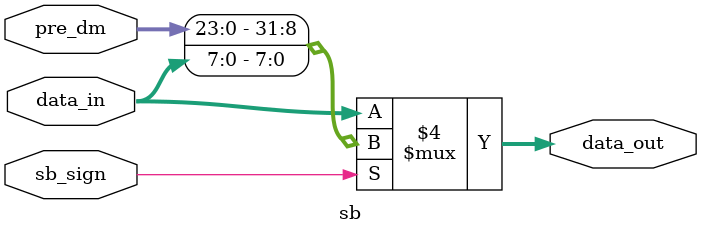
<source format=v>
module sb (
    input sb_sign,
    input [31:0]data_in,
    input [23:0]pre_dm,

    output reg[31:0]data_out
);

    always@(*)
    begin
        if(!sb_sign) data_out<=data_in;
        else data_out<={pre_dm,data_in[7:0] };
    end
    
endmodule
</source>
